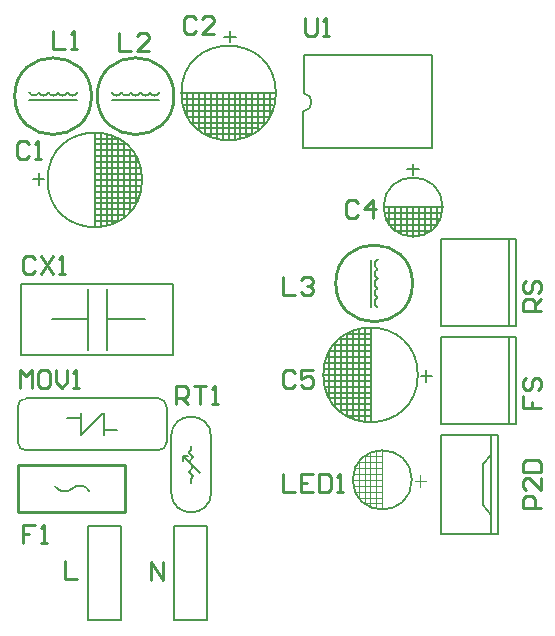
<source format=gto>
G04*
G04 #@! TF.GenerationSoftware,Altium Limited,Altium Designer,18.1.7 (191)*
G04*
G04 Layer_Color=65535*
%FSLAX25Y25*%
%MOIN*%
G70*
G01*
G75*
%ADD10C,0.00787*%
%ADD11C,0.00591*%
%ADD12C,0.01000*%
%ADD13C,0.00394*%
D10*
X106465Y178350D02*
G03*
X106459Y184349I-352J2999D01*
G01*
X144567Y90500D02*
G03*
X144567Y90500I-15748J0D01*
G01*
X97248Y184459D02*
G03*
X97248Y184459I-15748J0D01*
G01*
X55290Y184567D02*
G03*
X58473Y184558I1594J765D01*
G01*
X42560Y184606D02*
G03*
X45743Y184596I1594J765D01*
G01*
D02*
G03*
X48925Y184587I1594J765D01*
G01*
X52108Y184577D02*
G03*
X55290Y184567I1594J765D01*
G01*
X48925Y184587D02*
G03*
X52108Y184577I1594J765D01*
G01*
X27790Y184567D02*
G03*
X30973Y184558I1594J765D01*
G01*
X15060Y184606D02*
G03*
X18243Y184596I1594J765D01*
G01*
D02*
G03*
X21425Y184587I1594J765D01*
G01*
X24608Y184577D02*
G03*
X27790Y184567I1594J765D01*
G01*
X21425Y184587D02*
G03*
X24608Y184577I1594J765D01*
G01*
X131162Y116210D02*
G03*
X131152Y113027I765J-1594D01*
G01*
X131200Y128940D02*
G03*
X131191Y125757I765J-1594D01*
G01*
D02*
G03*
X131181Y122575I765J-1594D01*
G01*
X131171Y119392D02*
G03*
X131162Y116210I765J-1594D01*
G01*
X131181Y122575D02*
G03*
X131171Y119392I765J-1594D01*
G01*
X152842Y146445D02*
G03*
X152842Y146445I-9843J0D01*
G01*
X75669Y69870D02*
G03*
X62313Y70001I-6678J30D01*
G01*
X62344Y51243D02*
G03*
X75692Y51296I6674J121D01*
G01*
X60803Y79905D02*
G03*
X58047Y82661I-2756J0D01*
G01*
Y65339D02*
G03*
X60803Y68094I0J2756D01*
G01*
X11197D02*
G03*
X13953Y65339I2756J0D01*
G01*
Y82661D02*
G03*
X11197Y79905I0J-2756D01*
G01*
X52638Y155500D02*
G03*
X52638Y155500I-15748J0D01*
G01*
X23620Y53313D02*
G03*
X29496Y52724I3183J2152D01*
G01*
X35065Y51749D02*
G03*
X29366Y52587I-3167J-1740D01*
G01*
X63212Y8901D02*
Y40101D01*
X74212D01*
Y8901D02*
Y40101D01*
X63212Y8901D02*
X74212D01*
X34499D02*
Y40101D01*
X45499D01*
Y8901D02*
Y40101D01*
X34499Y8901D02*
X45499D01*
X106346Y166067D02*
Y178350D01*
X106465Y184349D02*
Y197051D01*
X149457D01*
Y166067D02*
Y197051D01*
X106346Y166067D02*
X149457D01*
X128819Y75000D02*
Y106000D01*
X145598Y90106D02*
X149205Y90106D01*
X147366Y88138D02*
Y92075D01*
X113071Y90500D02*
X128819D01*
X113465Y88532D02*
X128819D01*
X113858Y86563D02*
X128819D01*
X114252Y84594D02*
X128819D01*
X115433Y82626D02*
X128819D01*
X116614Y80657D02*
X128819D01*
X118583Y78689D02*
X128819D01*
X121339Y76720D02*
X128819D01*
X121339Y104280D02*
X128819D01*
X118583Y102311D02*
X128819D01*
X116614Y100343D02*
X128819D01*
X115433Y98374D02*
X128819D01*
X114252Y96406D02*
X128819D01*
X113858Y94437D02*
X128819D01*
X113465Y92469D02*
X128819D01*
X126850Y75146D02*
Y90500D01*
X124882Y75539D02*
Y90500D01*
X122913Y75933D02*
Y90500D01*
X120945Y77114D02*
Y90500D01*
X118976Y78295D02*
Y90500D01*
X117008Y80264D02*
Y90500D01*
X115039Y83020D02*
Y90500D01*
X126850D02*
Y105854D01*
X124882Y90500D02*
Y105461D01*
X122913Y90500D02*
Y105067D01*
X120945Y90500D02*
Y103886D01*
X118976Y90500D02*
Y102705D01*
X117008Y90500D02*
Y100736D01*
X115039Y90500D02*
Y97980D01*
X81894Y201392D02*
Y204999D01*
X79925Y203160D02*
X83862D01*
X74020Y170680D02*
X81500D01*
X71264Y172648D02*
X81500D01*
X69295Y174617D02*
X81500D01*
X68114Y176585D02*
X81500D01*
X66933Y178554D02*
X81500D01*
X66539Y180522D02*
X81500D01*
X66146Y182491D02*
X81500D01*
Y170680D02*
X88980D01*
X81500Y172648D02*
X91736D01*
X81500Y174617D02*
X93705D01*
X81500Y176585D02*
X94886D01*
X81500Y178554D02*
X96067D01*
X81500Y180522D02*
X96461D01*
X81500Y182491D02*
X96854D01*
X79532Y169105D02*
Y184459D01*
X77563Y169389D02*
Y184459D01*
X75594Y169892D02*
Y184459D01*
X73626Y171074D02*
Y184459D01*
X71657Y172255D02*
Y184459D01*
X69689Y174223D02*
Y184459D01*
X67720Y176979D02*
Y184459D01*
X95280Y176979D02*
Y184459D01*
X93311Y174223D02*
Y184459D01*
X91343Y172255D02*
Y184459D01*
X89374Y171074D02*
Y184459D01*
X87406Y169892D02*
Y184459D01*
X85437Y169499D02*
Y184459D01*
X83469Y169105D02*
Y184459D01*
X81500Y168711D02*
Y184459D01*
X66000D02*
X97000D01*
X42626Y182224D02*
X58374D01*
X15126D02*
X30874D01*
X128819Y113126D02*
Y128874D01*
X141041Y159055D02*
X144978D01*
X143009Y157287D02*
Y160894D01*
X133157Y146445D02*
X152843D01*
X137094Y138571D02*
Y146445D01*
X148906Y138571D02*
Y146445D01*
X133945Y142508D02*
X152055D01*
X141032Y136996D02*
Y146445D01*
X143000Y136602D02*
Y146445D01*
X139063Y137390D02*
Y146445D01*
X135126Y140539D02*
Y146445D01*
X137094Y138571D02*
X148894D01*
X144969Y136945D02*
Y146445D01*
X135126Y140539D02*
X150874D01*
X146937Y137390D02*
Y146445D01*
X133551Y144476D02*
X152449D01*
X150874Y140539D02*
Y146445D01*
X66244Y63386D02*
X67819D01*
X66244Y61811D02*
Y63386D01*
X71953Y57677D01*
X68213Y64761D02*
X68931Y65479D01*
X68213Y64567D02*
X69787Y62992D01*
X68213Y61417D02*
X69787Y62992D01*
X68213Y61417D02*
X69787Y59842D01*
X68213Y58267D02*
X69787Y59842D01*
X68213Y58267D02*
X69787Y56693D01*
X68931Y55836D02*
X69787Y56693D01*
X68931Y65479D02*
Y66929D01*
X75669Y51365D02*
Y69900D01*
X62340Y51243D02*
Y70001D01*
X68931Y54330D02*
Y55789D01*
X41020Y109000D02*
X53591D01*
X41020Y98764D02*
Y119236D01*
X34537Y98764D02*
Y119236D01*
X22488Y108997D02*
X34537Y109000D01*
X12252Y97189D02*
Y120811D01*
Y97189D02*
X63039D01*
Y120811D01*
X12252D02*
X63039D01*
X27732Y75966D02*
X32373Y75964D01*
X39808Y70557D02*
Y77776D01*
X32427Y70446D02*
X39756Y77776D01*
X32427Y70446D02*
Y77808D01*
X15921Y82661D02*
X58047D01*
X60803Y68094D02*
Y79906D01*
X13953Y65339D02*
X58047D01*
X11197Y68094D02*
Y79906D01*
X13953Y82661D02*
X16709D01*
X39971Y72032D02*
X44268D01*
X16350Y155894D02*
X19957D01*
X18189Y153925D02*
Y157862D01*
X50669Y148020D02*
Y155500D01*
X48701Y145264D02*
Y155500D01*
X46732Y143295D02*
Y155500D01*
X44764Y142114D02*
Y155500D01*
X42795Y140933D02*
Y155500D01*
X40827Y140539D02*
Y155500D01*
X38858Y140146D02*
Y155500D01*
X50669D02*
Y162980D01*
X48701Y155500D02*
Y165736D01*
X46732Y155500D02*
Y167705D01*
X44764Y155500D02*
Y168886D01*
X42795Y155500D02*
Y170067D01*
X40827Y155500D02*
Y170461D01*
X38858Y155500D02*
Y170854D01*
X36890Y153532D02*
X52244D01*
X36890Y151563D02*
X51961D01*
X36890Y149594D02*
X51457D01*
X36890Y147626D02*
X50276D01*
X36890Y145657D02*
X49094D01*
X36890Y143689D02*
X47126D01*
X36890Y141720D02*
X44370D01*
X36890Y169280D02*
X44370D01*
X36890Y167311D02*
X47126D01*
X36890Y165343D02*
X49094D01*
X36890Y163374D02*
X50276D01*
X36890Y161406D02*
X51457D01*
X36890Y159437D02*
X51850D01*
X36890Y157469D02*
X52244D01*
X36890Y155500D02*
X52638D01*
X36890Y140000D02*
Y171000D01*
X152251Y70598D02*
X171424D01*
X166251Y47015D02*
Y60682D01*
Y47015D02*
X169048Y43752D01*
X152251Y37921D02*
Y70598D01*
X166251Y60682D02*
X169004Y63893D01*
X169062Y37921D02*
Y70598D01*
X152212Y37598D02*
X171424D01*
Y70598D01*
X174850Y74006D02*
Y103140D01*
X152212D02*
X174850D01*
X152212Y74005D02*
Y103140D01*
Y74005D02*
X174850D01*
X177311D01*
Y103140D01*
X174850D02*
X177311D01*
X174850Y135784D02*
X177311D01*
Y106649D02*
Y135784D01*
X174850Y106649D02*
X177311D01*
X152212D02*
X174850D01*
X152212D02*
Y135784D01*
X174850D01*
Y106650D02*
Y135784D01*
D11*
X142563Y55500D02*
G03*
X142563Y55500I-9843J0D01*
G01*
D12*
X63295Y183405D02*
G03*
X63295Y183405I-12795J0D01*
G01*
X35795D02*
G03*
X35795Y183405I-12795J0D01*
G01*
X142795Y121000D02*
G03*
X142795Y121000I-12795J0D01*
G01*
X11397Y60500D02*
X46830D01*
Y44752D02*
Y60500D01*
X11397Y44752D02*
Y60500D01*
Y44752D02*
X46830D01*
X55500Y22000D02*
Y27998D01*
X59499Y22000D01*
Y27998D01*
X27000Y28498D02*
Y22500D01*
X30999D01*
X107000Y209498D02*
Y204500D01*
X108000Y203500D01*
X109999D01*
X110999Y204500D01*
Y209498D01*
X112998Y203500D02*
X114997D01*
X113998D01*
Y209498D01*
X112998Y208498D01*
X64000Y80819D02*
Y86817D01*
X66999D01*
X67999Y85817D01*
Y83818D01*
X66999Y82818D01*
X64000D01*
X65999D02*
X67999Y80819D01*
X69998Y86817D02*
X73997D01*
X71997D01*
Y80819D01*
X75996D02*
X77996D01*
X76996D01*
Y86817D01*
X75996Y85817D01*
X11800Y86100D02*
Y92098D01*
X13799Y90099D01*
X15799Y92098D01*
Y86100D01*
X20797Y92098D02*
X18798D01*
X17798Y91098D01*
Y87100D01*
X18798Y86100D01*
X20797D01*
X21797Y87100D01*
Y91098D01*
X20797Y92098D01*
X23796D02*
Y88099D01*
X25796Y86100D01*
X27795Y88099D01*
Y92098D01*
X29794Y86100D02*
X31793D01*
X30794D01*
Y92098D01*
X29794Y91098D01*
X99500Y57498D02*
Y51500D01*
X103499D01*
X109497Y57498D02*
X105498D01*
Y51500D01*
X109497D01*
X105498Y54499D02*
X107497D01*
X111496Y57498D02*
Y51500D01*
X114495D01*
X115495Y52500D01*
Y56498D01*
X114495Y57498D01*
X111496D01*
X117494Y51500D02*
X119493D01*
X118494D01*
Y57498D01*
X117494Y56498D01*
X99500Y122965D02*
Y116967D01*
X103499D01*
X105498Y121965D02*
X106498Y122965D01*
X108497D01*
X109497Y121965D01*
Y120965D01*
X108497Y119966D01*
X107497D01*
X108497D01*
X109497Y118966D01*
Y117966D01*
X108497Y116967D01*
X106498D01*
X105498Y117966D01*
X45000Y204498D02*
Y198500D01*
X48999D01*
X54997D02*
X50998D01*
X54997Y202499D01*
Y203498D01*
X53997Y204498D01*
X51998D01*
X50998Y203498D01*
X22999Y204998D02*
Y199000D01*
X26998D01*
X28997D02*
X30997D01*
X29997D01*
Y204998D01*
X28997Y203998D01*
X16999Y40341D02*
X13000D01*
Y37342D01*
X14999D01*
X13000D01*
Y34343D01*
X18998D02*
X20997D01*
X19998D01*
Y40341D01*
X18998Y39341D01*
X16841Y129198D02*
X15842Y130198D01*
X13842D01*
X12843Y129198D01*
Y125200D01*
X13842Y124200D01*
X15842D01*
X16841Y125200D01*
X18841Y130198D02*
X22839Y124200D01*
Y130198D02*
X18841Y124200D01*
X24839D02*
X26838D01*
X25838D01*
Y130198D01*
X24839Y129198D01*
X185500Y111716D02*
X179502D01*
Y114716D01*
X180502Y115715D01*
X182501D01*
X183501Y114716D01*
Y111716D01*
Y113716D02*
X185500Y115715D01*
X180502Y121713D02*
X179502Y120714D01*
Y118714D01*
X180502Y117715D01*
X181502D01*
X182501Y118714D01*
Y120714D01*
X183501Y121713D01*
X184501D01*
X185500Y120714D01*
Y118714D01*
X184501Y117715D01*
X179502Y83323D02*
Y79324D01*
X182501D01*
Y81323D01*
Y79324D01*
X185500D01*
X180502Y89321D02*
X179502Y88321D01*
Y86322D01*
X180502Y85322D01*
X181502D01*
X182501Y86322D01*
Y88321D01*
X183501Y89321D01*
X184501D01*
X185500Y88321D01*
Y86322D01*
X184501Y85322D01*
X185500Y46000D02*
X179502D01*
Y48999D01*
X180502Y49999D01*
X182501D01*
X183501Y48999D01*
Y46000D01*
X185500Y55997D02*
Y51998D01*
X181501Y55997D01*
X180502D01*
X179502Y54997D01*
Y52998D01*
X180502Y51998D01*
X179502Y57996D02*
X185500D01*
Y60995D01*
X184500Y61995D01*
X180502D01*
X179502Y60995D01*
Y57996D01*
X103499Y90998D02*
X102499Y91998D01*
X100500D01*
X99500Y90998D01*
Y87000D01*
X100500Y86000D01*
X102499D01*
X103499Y87000D01*
X109497Y91998D02*
X105498D01*
Y88999D01*
X107497Y89999D01*
X108497D01*
X109497Y88999D01*
Y87000D01*
X108497Y86000D01*
X106498D01*
X105498Y87000D01*
X124499Y147943D02*
X123499Y148943D01*
X121500D01*
X120500Y147943D01*
Y143945D01*
X121500Y142945D01*
X123499D01*
X124499Y143945D01*
X129497Y142945D02*
Y148943D01*
X126498Y145944D01*
X130497D01*
X70499Y208998D02*
X69499Y209998D01*
X67500D01*
X66500Y208998D01*
Y205000D01*
X67500Y204000D01*
X69499D01*
X70499Y205000D01*
X76497Y204000D02*
X72498D01*
X76497Y207999D01*
Y208998D01*
X75497Y209998D01*
X73498D01*
X72498Y208998D01*
X14999Y167498D02*
X13999Y168498D01*
X12000D01*
X11000Y167498D01*
Y163500D01*
X12000Y162500D01*
X13999D01*
X14999Y163500D01*
X16998Y162500D02*
X18997D01*
X17998D01*
Y168498D01*
X16998Y167498D01*
D13*
X132720Y45658D02*
Y65342D01*
X124846Y61405D02*
X132720D01*
X123221Y53531D02*
X132720D01*
X123665Y51563D02*
X132720D01*
X124846Y49595D02*
X132720D01*
X126815Y47626D02*
X132720D01*
X130752Y46051D02*
Y64949D01*
X128784Y46445D02*
Y64555D01*
X126815Y47626D02*
Y63374D01*
X123272Y57468D02*
X132720D01*
X122878Y55500D02*
X132720D01*
X123665Y59437D02*
X132720D01*
X126815Y63374D02*
X132720D01*
X124846Y49606D02*
Y61405D01*
X143642Y55172D02*
X147248D01*
X145410Y53203D02*
Y57140D01*
X128819Y74752D02*
Y90500D01*
X68213Y64567D02*
Y64761D01*
X68931Y55789D02*
Y55836D01*
X39930Y71991D02*
X39971Y72032D01*
M02*

</source>
